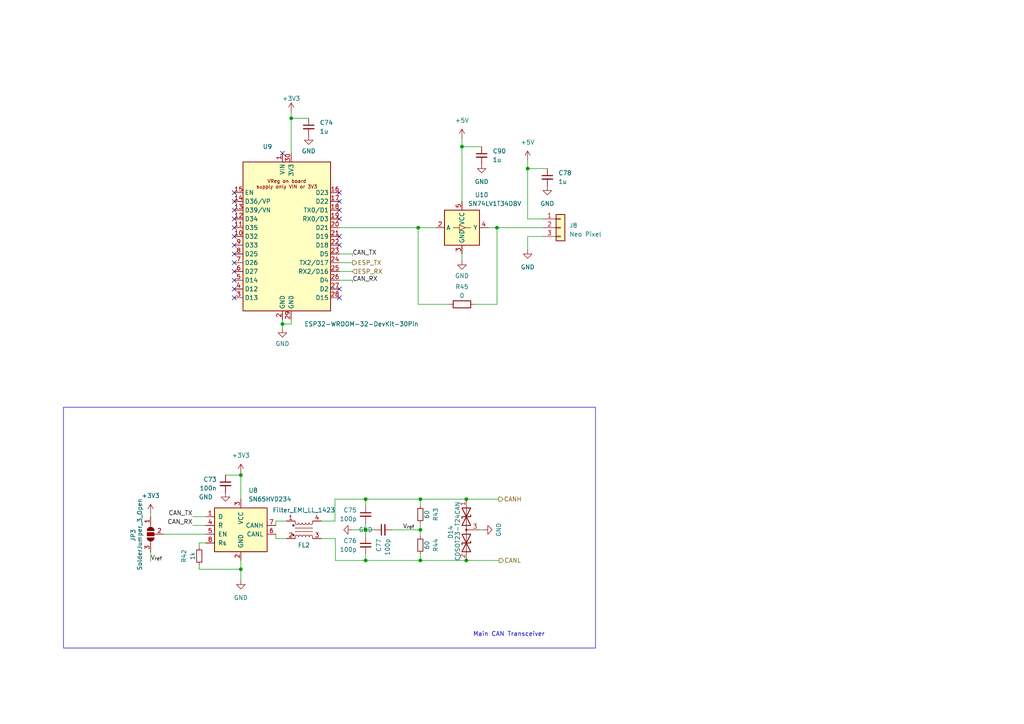
<source format=kicad_sch>
(kicad_sch (version 20231120) (generator "eeschema") (generator_version "8.0")
  (paper "A4")
  (lib_symbols
    (symbol "+5V_1" (power) (pin_numbers hide) (pin_names (offset 0) hide)
      (property "Value" "+5V" (at 0 3.556 0))
      (symbol "+5V_1_0_1"
        (polyline (pts (xy -0.762 1.27) (xy 0 2.54)))
        (polyline (pts (xy 0 0) (xy 0 2.54)))
        (polyline (pts (xy 0 2.54) (xy 0.762 1.27)))
      )
      (symbol "+5V_1_1_1"
        (pin power_in line (at 0 0 90) (length 0) (name "~") (number "1"))
      )
    )
    (symbol "Connector_Generic:Conn_01x03" (pin_names (offset 1.016) hide)
      (property "Reference" "J" (at 0 5.08 0))
      (property "Value" "Conn_01x03" (at 0 -5.08 0))
      (symbol "Conn_01x03_1_1"
        (rectangle (start -1.27 -2.413) (end 0 -2.667) (stroke (width 0.1524)))
        (rectangle (start -1.27 0.127) (end 0 -0.127) (stroke (width 0.1524)))
        (rectangle (start -1.27 2.667) (end 0 2.413) (stroke (width 0.1524)))
        (rectangle (start -1.27 3.81) (end 1.27 -3.81) (stroke (width 0.254)) (fill (type background)))
        (pin passive line (at -5.08 2.54 0) (length 3.81) (name "Pin_1") (number "1"))
        (pin passive line (at -5.08 0 0) (length 3.81) (name "Pin_2") (number "2"))
        (pin passive line (at -5.08 -2.54 0) (length 3.81) (name "Pin_3") (number "3"))
      )
    )
    (symbol "Device:C_Small" (pin_numbers hide) (pin_names (offset 0.254) hide)
      (property "Reference" "C" (at 0.254 1.778 0))
      (property "Value" "C_Small" (at 0.254 -2.032 0))
      (symbol "C_Small_0_1"
        (polyline (pts (xy -1.524 -0.508) (xy 1.524 -0.508)) (stroke (width 0.3302)))
        (polyline (pts (xy -1.524 0.508) (xy 1.524 0.508)) (stroke (width 0.3048)))
      )
      (symbol "C_Small_1_1"
        (pin passive line (at 0 2.54 270) (length 2.032) (name "~") (number "1"))
        (pin passive line (at 0 -2.54 90) (length 2.032) (name "~") (number "2"))
      )
    )
    (symbol "Device:D_TVS_Dual_AAC" (pin_names (offset 1.016) hide)
      (property "Reference" "D" (at 0 4.445 0))
      (property "Value" "D_TVS_Dual_AAC" (at 0 2.54 0))
      (symbol "D_TVS_Dual_AAC_0_0"
        (polyline (pts (xy 0 -1.27) (xy 0 0)))
      )
      (symbol "D_TVS_Dual_AAC_0_1"
        (polyline (pts (xy -6.35 0) (xy 6.35 0)))
        (polyline (pts (xy -3.302 1.27) (xy -3.81 1.27) (xy -3.81 -1.27) (xy -4.318 -1.27)) (stroke (width 0.254)))
        (polyline (pts (xy 4.318 1.27) (xy 3.81 1.27) (xy 3.81 -1.27) (xy 3.302 -1.27)) (stroke (width 0.254)))
        (polyline (pts (xy -6.35 1.27) (xy -1.27 -1.27) (xy -1.27 1.27) (xy -6.35 -1.27) (xy -6.35 1.27)) (stroke (width 0.254)))
        (polyline (pts (xy 6.35 1.27) (xy 1.27 -1.27) (xy 1.27 1.27) (xy 6.35 -1.27) (xy 6.35 1.27)) (stroke (width 0.254)))
        (circle (center 0 0) (radius 0.254) (fill (type outline)))
      )
      (symbol "D_TVS_Dual_AAC_1_1"
        (pin passive line (at -8.89 0 0) (length 2.54) (name "A1") (number "1"))
        (pin passive line (at 8.89 0 180) (length 2.54) (name "A2") (number "2"))
        (pin input line (at 0 -3.81 90) (length 2.54) (name "common") (number "3"))
      )
    )
    (symbol "Device:Filter_EMI_LL_1423" (pin_names hide)
      (property "Reference" "FL" (at 0 4.445 0))
      (property "Value" "Filter_EMI_LL_1423" (at 0 -4.445 0))
      (symbol "Filter_EMI_LL_1423_0_1"
        (circle (center -3.048 -1.27) (radius 0.254) (fill (type outline)))
        (circle (center -3.048 1.524) (radius 0.254) (fill (type outline)))
        (arc (start -2.54 2.032) (mid -2.032 1.5262) (end -1.524 2.032))
        (arc (start -1.524 -2.032) (mid -2.032 -1.5262) (end -2.54 -2.032))
        (arc (start -1.524 2.032) (mid -1.016 1.5262) (end -0.508 2.032))
        (arc (start -0.508 -2.032) (mid -1.016 -1.5262) (end -1.524 -2.032))
        (arc (start -0.508 2.032) (mid 0 1.5262) (end 0.508 2.032))
        (polyline (pts (xy -2.54 -2.032) (xy -2.54 -2.54)))
        (polyline (pts (xy -2.54 0.508) (xy 2.54 0.508)))
        (polyline (pts (xy -2.54 2.032) (xy -2.54 2.54)))
        (polyline (pts (xy 2.54 -2.032) (xy 2.54 -2.54)))
        (polyline (pts (xy 2.54 -0.508) (xy -2.54 -0.508)))
        (polyline (pts (xy 2.54 2.54) (xy 2.54 2.032)))
        (arc (start 0.508 -2.032) (mid 0 -1.5262) (end -0.508 -2.032))
        (arc (start 0.508 2.032) (mid 1.016 1.5262) (end 1.524 2.032))
        (arc (start 1.524 -2.032) (mid 1.016 -1.5262) (end 0.508 -2.032))
        (arc (start 1.524 2.032) (mid 2.032 1.5262) (end 2.54 2.032))
        (arc (start 2.54 -2.032) (mid 2.032 -1.5262) (end 1.524 -2.032))
      )
      (symbol "Filter_EMI_LL_1423_1_1"
        (pin passive line (at -5.08 -2.54 0) (length 2.54) (name "1") (number "1"))
        (pin passive line (at -5.08 2.54 0) (length 2.54) (name "2") (number "2"))
        (pin passive line (at 5.08 2.54 180) (length 2.54) (name "3") (number "3"))
        (pin passive line (at 5.08 -2.54 180) (length 2.54) (name "4") (number "4"))
      )
    )
    (symbol "Device:R" (pin_numbers hide) (pin_names (offset 0))
      (property "Reference" "R" (at 2.032 0 90))
      (property "Value" "R" (at 0 0 90))
      (symbol "R_0_1"
        (rectangle (start -1.016 -2.54) (end 1.016 2.54) (stroke (width 0.254)))
      )
      (symbol "R_1_1"
        (pin passive line (at 0 3.81 270) (length 1.27) (name "~") (number "1"))
        (pin passive line (at 0 -3.81 90) (length 1.27) (name "~") (number "2"))
      )
    )
    (symbol "Device:R_Small" (pin_numbers hide) (pin_names (offset 0.254) hide)
      (property "Reference" "R" (at 0.762 0.508 0))
      (property "Value" "R_Small" (at 0.762 -1.016 0))
      (symbol "R_Small_0_1"
        (rectangle (start -0.762 1.778) (end 0.762 -1.778) (stroke (width 0.2032)))
      )
      (symbol "R_Small_1_1"
        (pin passive line (at 0 2.54 270) (length 0.762) (name "~") (number "1"))
        (pin passive line (at 0 -2.54 90) (length 0.762) (name "~") (number "2"))
      )
    )
    (symbol "Interface_CAN_LIN:SN65HVD234" (pin_names (offset 1.016))
      (property "Reference" "U" (at -2.54 10.16 0))
      (property "Value" "SN65HVD234" (at -2.54 7.62 0))
      (symbol "SN65HVD234_0_1"
        (rectangle (start -7.62 5.08) (end 7.62 -7.62) (stroke (width 0.254)) (fill (type background)))
      )
      (symbol "SN65HVD234_1_1"
        (pin input line (at -10.16 2.54 0) (length 2.54) (name "D") (number "1"))
        (pin power_in line (at 0 -10.16 90) (length 2.54) (name "GND") (number "2"))
        (pin power_in line (at 0 7.62 270) (length 2.54) (name "VCC") (number "3"))
        (pin output line (at -10.16 0 0) (length 2.54) (name "R") (number "4"))
        (pin input line (at -10.16 -2.54 0) (length 2.54) (name "EN") (number "5"))
        (pin bidirectional line (at 10.16 -2.54 180) (length 2.54) (name "CANL") (number "6"))
        (pin bidirectional line (at 10.16 0 180) (length 2.54) (name "CANH") (number "7"))
        (pin input line (at -10.16 -5.08 0) (length 2.54) (name "Rs") (number "8"))
      )
    )
    (symbol "Jumper:SolderJumper_3_Open" (pin_names (offset 0) hide)
      (property "Reference" "JP" (at -2.54 -2.54 0))
      (property "Value" "SolderJumper_3_Open" (at 0 2.794 0))
      (symbol "SolderJumper_3_Open_0_1"
        (arc (start -1.016 1.016) (mid -2.0276 0) (end -1.016 -1.016))
        (arc (start -1.016 1.016) (mid -2.0276 0) (end -1.016 -1.016) (fill (type outline)))
        (rectangle (start -0.508 1.016) (end 0.508 -1.016) (fill (type outline)))
        (polyline (pts (xy -2.54 0) (xy -2.032 0)))
        (polyline (pts (xy -1.016 1.016) (xy -1.016 -1.016)))
        (polyline (pts (xy 0 -1.27) (xy 0 -1.016)))
        (polyline (pts (xy 1.016 1.016) (xy 1.016 -1.016)))
        (polyline (pts (xy 2.54 0) (xy 2.032 0)))
        (arc (start 1.016 -1.016) (mid 2.0276 0) (end 1.016 1.016))
        (arc (start 1.016 -1.016) (mid 2.0276 0) (end 1.016 1.016) (fill (type outline)))
      )
      (symbol "SolderJumper_3_Open_1_1"
        (pin passive line (at -5.08 0 0) (length 2.54) (name "A") (number "1"))
        (pin passive line (at 0 -3.81 90) (length 2.54) (name "C") (number "2"))
        (pin passive line (at 5.08 0 180) (length 2.54) (name "B") (number "3"))
      )
    )
    (symbol "Logic_LevelTranslator:SN74LV1T34DBV"
      (property "Reference" "U" (at 5.08 6.35 0))
      (property "Value" "SN74LV1T34DBV" (at 5.08 3.81 0))
      (symbol "SN74LV1T34DBV_0_1"
        (rectangle (start -5.08 5.08) (end 5.08 -5.08) (stroke (width 0.254)) (fill (type background)))
        (polyline (pts (xy -0.762 0) (xy -2.54 0)))
        (polyline (pts (xy 1.016 0) (xy 2.54 0)))
      )
      (symbol "SN74LV1T34DBV_1_1"
        (polyline (pts (xy -0.762 -0.762) (xy -0.762 0.762) (xy 1.016 0) (xy -0.762 -0.762)))
        (pin no_connect line (at -5.08 2.54 0) (length 2.54) hide (name "NC") (number "1"))
        (pin input line (at -7.62 0 0) (length 2.54) (name "A") (number "2"))
        (pin power_in line (at 0 -7.62 90) (length 2.54) (name "GND") (number "3"))
        (pin output line (at 7.62 0 180) (length 2.54) (name "Y") (number "4"))
        (pin power_in line (at 0 7.62 270) (length 2.54) (name "VCC") (number "5"))
      )
    )
    (symbol "oskars_stuff:ESP32-WROOM-32-DevKit-30Pin"
      (property "Reference" "U" (at -12.7 22.86 0))
      (property "Value" "ESP32-WROOM-32-DevKit-30Pin" (at 2.54 22.86 0))
      (symbol "ESP32-WROOM-32-DevKit-30Pin_0_1"
        (rectangle (start -12.7 21.59) (end 12.7 -21.59) (stroke (width 0.254)) (fill (type background)))
        (text "VReg on board\nsupply only VIN or 3V3" (at 0 15.24 0) (effects (font (size 1 1))))
      )
      (symbol "ESP32-WROOM-32-DevKit-30Pin_1_1"
        (pin power_in line (at -1.27 24.13 270) (length 2.54) (name "VIN") (number "1"))
        (pin bidirectional line (at -15.24 0 0) (length 2.54) (name "D32") (number "10"))
        (pin bidirectional line (at -15.24 2.54 0) (length 2.54) (name "D35") (number "11"))
        (pin bidirectional line (at -15.24 5.08 0) (length 2.54) (name "D34") (number "12"))
        (pin bidirectional line (at -15.24 7.62 0) (length 2.54) (name "D39/VN") (number "13"))
        (pin bidirectional line (at -15.24 10.16 0) (length 2.54) (name "D36/VP") (number "14"))
        (pin input line (at -15.24 12.7 0) (length 2.54) (name "EN") (number "15"))
        (pin bidirectional line (at 15.24 12.7 180) (length 2.54) (name "D23") (number "16"))
        (pin bidirectional line (at 15.24 10.16 180) (length 2.54) (name "D22") (number "17"))
        (pin bidirectional line (at 15.24 7.62 180) (length 2.54) (name "TX0/D1") (number "18"))
        (pin bidirectional line (at 15.24 5.08 180) (length 2.54) (name "RX0/D3") (number "19"))
        (pin power_in line (at -1.27 -24.13 90) (length 2.54) (name "GND") (number "2"))
        (pin bidirectional line (at 15.24 2.54 180) (length 2.54) (name "D21") (number "20"))
        (pin bidirectional line (at 15.24 0 180) (length 2.54) (name "D19") (number "21"))
        (pin bidirectional line (at 15.24 -2.54 180) (length 2.54) (name "D18") (number "22"))
        (pin bidirectional line (at 15.24 -5.08 180) (length 2.54) (name "D5") (number "23"))
        (pin bidirectional line (at 15.24 -7.62 180) (length 2.54) (name "TX2/D17") (number "24"))
        (pin bidirectional line (at 15.24 -10.16 180) (length 2.54) (name "RX2/D16") (number "25"))
        (pin bidirectional line (at 15.24 -12.7 180) (length 2.54) (name "D4") (number "26"))
        (pin bidirectional line (at 15.24 -15.24 180) (length 2.54) (name "D2") (number "27"))
        (pin bidirectional line (at 15.24 -17.78 180) (length 2.54) (name "D15") (number "28"))
        (pin power_in line (at 1.27 -24.13 90) (length 2.54) (name "GND") (number "29"))
        (pin bidirectional line (at -15.24 -17.78 0) (length 2.54) (name "D13") (number "3"))
        (pin power_in line (at 1.27 24.13 270) (length 2.54) (name "3V3") (number "30"))
        (pin bidirectional line (at -15.24 -15.24 0) (length 2.54) (name "D12") (number "4"))
        (pin bidirectional line (at -15.24 -12.7 0) (length 2.54) (name "D14") (number "5"))
        (pin bidirectional line (at -15.24 -10.16 0) (length 2.54) (name "D27") (number "6"))
        (pin bidirectional line (at -15.24 -7.62 0) (length 2.54) (name "D26") (number "7"))
        (pin bidirectional line (at -15.24 -5.08 0) (length 2.54) (name "D25") (number "8"))
        (pin bidirectional line (at -15.24 -2.54 0) (length 2.54) (name "D33") (number "9"))
      )
    )
    (symbol "power:+3V3" (power) (pin_names (offset 0))
      (property "Value" "+3V3" (at 0 3.556 0))
      (symbol "+3V3_0_1"
        (polyline (pts (xy -0.762 1.27) (xy 0 2.54)))
        (polyline (pts (xy 0 0) (xy 0 2.54)))
        (polyline (pts (xy 0 2.54) (xy 0.762 1.27)))
      )
      (symbol "+3V3_1_1"
        (pin power_in line (at 0 0 90) (length 0) hide (name "+3V3") (number "1"))
      )
    )
    (symbol "power:GND" (power) (pin_names (offset 0))
      (property "Value" "GND" (at 0 -3.81 0))
      (symbol "GND_0_1"
        (polyline (pts (xy 0 0) (xy 0 -1.27) (xy 1.27 -1.27) (xy 0 -2.54) (xy -1.27 -1.27) (xy 0 -1.27)))
      )
      (symbol "GND_1_1"
        (pin power_in line (at 0 0 270) (length 0) hide (name "GND") (number "1"))
      )
    )
  )
  (junction (at 84.455 34.29))
  (junction (at 106.045 144.78))
  (junction (at 121.92 153.67))
  (junction (at 69.85 165.1))
  (junction (at 69.85 137.795))
  (junction (at 81.915 93.98))
  (junction (at 135.255 162.56))
  (junction (at 144.145 66.04))
  (junction (at 121.92 144.78))
  (junction (at 153.035 48.895))
  (junction (at 106.045 153.67))
  (junction (at 135.255 144.78))
  (junction (at 121.92 162.56))
  (junction (at 106.045 162.56))
  (junction (at 121.285 66.04))
  (junction (at 133.985 42.545))
  (no_connect (at 67.945 55.88))
  (no_connect (at 67.945 81.28))
  (no_connect (at 67.945 66.04))
  (no_connect (at 67.945 58.42))
  (no_connect (at 81.915 44.45))
  (no_connect (at 98.425 63.5))
  (no_connect (at 67.945 78.74))
  (no_connect (at 98.425 58.42))
  (no_connect (at 98.425 83.82))
  (no_connect (at 67.945 68.58))
  (no_connect (at 98.425 68.58))
  (no_connect (at 67.945 63.5))
  (no_connect (at 67.945 60.96))
  (no_connect (at 67.945 86.36))
  (no_connect (at 67.945 73.66))
  (no_connect (at 98.425 55.88))
  (no_connect (at 98.425 71.12))
  (no_connect (at 98.425 60.96))
  (no_connect (at 67.945 83.82))
  (no_connect (at 98.425 86.36))
  (no_connect (at 67.945 76.2))
  (no_connect (at 67.945 71.12))
  (wire (pts (xy 133.985 42.545) (xy 133.985 58.42)))
  (wire (pts (xy 93.218 151.13) (xy 97.155 151.13)))
  (wire (pts (xy 43.688 160.02) (xy 43.688 162.814)))
  (wire (pts (xy 102.235 73.66) (xy 98.425 73.66)))
  (wire (pts (xy 133.985 40.005) (xy 133.985 42.545)))
  (wire (pts (xy 43.688 148.844) (xy 43.688 149.86)))
  (wire (pts (xy 80.01 156.21) (xy 80.01 154.94)))
  (wire (pts (xy 102.235 74.295) (xy 102.235 73.66)))
  (wire (pts (xy 102.235 81.28) (xy 98.425 81.28)))
  (wire (pts (xy 81.915 92.71) (xy 81.915 93.98)))
  (wire (pts (xy 106.045 160.655) (xy 106.045 162.56)))
  (wire (pts (xy 135.255 162.56) (xy 144.78 162.56)))
  (wire (pts (xy 97.282 156.21) (xy 97.282 162.56)))
  (wire (pts (xy 84.455 32.385) (xy 84.455 34.29)))
  (wire (pts (xy 121.92 144.78) (xy 121.92 146.685)))
  (wire (pts (xy 133.985 73.66) (xy 133.985 75.565)))
  (wire (pts (xy 106.045 144.78) (xy 121.92 144.78)))
  (wire (pts (xy 158.75 48.895) (xy 153.035 48.895)))
  (wire (pts (xy 113.665 153.67) (xy 121.92 153.67)))
  (wire (pts (xy 121.285 66.04) (xy 126.365 66.04)))
  (wire (pts (xy 106.045 162.56) (xy 121.92 162.56)))
  (wire (pts (xy 144.145 66.04) (xy 144.145 88.265)))
  (wire (pts (xy 102.235 153.67) (xy 106.045 153.67)))
  (wire (pts (xy 97.155 144.78) (xy 106.045 144.78)))
  (wire (pts (xy 153.035 72.39) (xy 153.035 68.58)))
  (wire (pts (xy 102.235 81.915) (xy 102.235 81.28)))
  (wire (pts (xy 153.035 48.895) (xy 153.035 63.5)))
  (wire (pts (xy 98.425 78.74) (xy 102.235 78.74)))
  (wire (pts (xy 97.155 144.78) (xy 97.155 151.13)))
  (wire (pts (xy 106.045 153.67) (xy 106.045 155.575)))
  (wire (pts (xy 130.175 88.265) (xy 121.285 88.265)))
  (wire (pts (xy 69.85 137.16) (xy 69.85 137.795)))
  (wire (pts (xy 98.425 76.2) (xy 102.235 76.2)))
  (wire (pts (xy 81.915 93.98) (xy 84.455 93.98)))
  (wire (pts (xy 57.785 165.1) (xy 69.85 165.1)))
  (wire (pts (xy 57.785 157.48) (xy 59.69 157.48)))
  (wire (pts (xy 121.92 153.67) (xy 121.92 155.575)))
  (wire (pts (xy 69.85 162.56) (xy 69.85 165.1)))
  (wire (pts (xy 121.92 162.56) (xy 135.255 162.56)))
  (wire (pts (xy 47.498 154.94) (xy 59.69 154.94)))
  (wire (pts (xy 106.045 153.67) (xy 108.585 153.67)))
  (wire (pts (xy 135.255 144.78) (xy 144.653 144.78)))
  (wire (pts (xy 153.035 63.5) (xy 157.48 63.5)))
  (wire (pts (xy 139.065 153.67) (xy 140.208 153.67)))
  (wire (pts (xy 106.045 144.78) (xy 106.045 146.685)))
  (wire (pts (xy 84.455 93.98) (xy 84.455 92.71)))
  (wire (pts (xy 84.455 34.29) (xy 89.535 34.29)))
  (wire (pts (xy 153.035 46.355) (xy 153.035 48.895)))
  (wire (pts (xy 144.145 66.04) (xy 157.48 66.04)))
  (wire (pts (xy 69.85 165.1) (xy 69.85 168.275)))
  (wire (pts (xy 121.92 151.765) (xy 121.92 153.67)))
  (wire (pts (xy 65.405 137.795) (xy 69.85 137.795)))
  (wire (pts (xy 98.425 66.04) (xy 121.285 66.04)))
  (wire (pts (xy 97.282 162.56) (xy 106.045 162.56)))
  (wire (pts (xy 55.88 152.4) (xy 59.69 152.4)))
  (wire (pts (xy 121.92 144.78) (xy 135.255 144.78)))
  (wire (pts (xy 80.01 156.21) (xy 83.058 156.21)))
  (wire (pts (xy 141.605 66.04) (xy 144.145 66.04)))
  (wire (pts (xy 121.92 160.655) (xy 121.92 162.56)))
  (wire (pts (xy 133.985 42.545) (xy 139.7 42.545)))
  (wire (pts (xy 57.785 158.75) (xy 57.785 157.48)))
  (wire (pts (xy 137.795 88.265) (xy 144.145 88.265)))
  (wire (pts (xy 69.85 137.795) (xy 69.85 144.78)))
  (wire (pts (xy 57.785 163.83) (xy 57.785 165.1)))
  (wire (pts (xy 93.218 156.21) (xy 97.282 156.21)))
  (wire (pts (xy 81.915 93.98) (xy 81.915 95.25)))
  (wire (pts (xy 84.455 34.29) (xy 84.455 44.45)))
  (wire (pts (xy 55.88 149.86) (xy 59.69 149.86)))
  (wire (pts (xy 153.035 68.58) (xy 157.48 68.58)))
  (wire (pts (xy 80.01 151.13) (xy 83.058 151.13)))
  (wire (pts (xy 121.285 88.265) (xy 121.285 66.04)))
  (wire (pts (xy 80.01 151.13) (xy 80.01 152.4)))
  (wire (pts (xy 106.045 153.67) (xy 106.045 151.765)))
  (rectangle (start 18.415 118.11) (end 172.72 187.96))
  (text "Main CAN Transceiver" (at 137.16 184.785 0) (effects (font (size 1.27 1.27)) (justify left bottom)))
  (label "CAN_TX" (at 102.235 74.295 0))
  (label "CAN_TX" (at 55.88 149.86 180))
  (label "V_{ref}" (at 116.84 153.67 0))
  (label "CAN_RX" (at 102.235 81.915 0))
  (label "CAN_RX" (at 55.88 152.4 180))
  (label "V_{ref}" (at 43.688 162.814 0))
  (hierarchical_label "CANH" (shape output) (at 144.653 144.78 0))
  (hierarchical_label "ESP_TX" (shape output) (at 102.235 76.2 0))
  (hierarchical_label "ESP_RX" (shape input) (at 102.235 78.74 0))
  (hierarchical_label "CANL" (shape output) (at 144.78 162.56 0))
  (symbol (lib_id "Interface_CAN_LIN:SN65HVD234") (at 69.85 152.4 0) (unit 1)
    (property "Reference" "U8" (at 72.0441 142.24 0) (effects (justify left)))
    (property "Value" "SN65HVD234" (at 72.0441 144.78 0) (effects (justify left)))
    (property "Footprint" "Package_SO:SOIC-8_3.9x4.9mm_P1.27mm" (effects (hide yes)))
    (property "Datasheet" "http://www.ti.com/lit/ds/symlink/sn65hvd234.pdf" (effects (hide yes)))
  )
  (symbol (lib_id "Device:C_Small") (at 111.125 153.67 90) (mirror x) (unit 1)
    (property "Reference" "C77" (at 109.8612 156.21 0) (effects (justify left)))
    (property "Value" "100p" (at 112.4012 156.21 0) (effects (justify left)))
    (property "Footprint" "Capacitor_SMD:C_0603_1608Metric" (effects (hide yes)))
    (property "Description" "Unpolarized capacitor, small symbol" (effects (hide yes)))
  )
  (symbol (lib_id "Device:R_Small") (at 121.92 158.115 0) (mirror x) (unit 1)
    (property "Reference" "R44" (at 126.365 158.115 90))
    (property "Value" "60" (at 123.825 158.115 90))
    (property "Footprint" "Resistor_SMD:R_0603_1608Metric" (effects (hide yes)))
    (property "Description" "Resistor, small symbol" (effects (hide yes)))
  )
  (symbol (lib_id "power:+3V3") (at 69.85 137.16 0) (unit 1)
    (property "Reference" "#PWR097" (effects (hide yes)))
    (property "Value" "+3V3" (at 69.85 132.08 0))
  )
  (symbol (lib_id "power:GND") (at 158.75 53.975 0) (unit 1)
    (property "Reference" "#PWR0109" (effects (hide yes)))
    (property "Value" "GND" (at 158.75 59.055 0))
    (instances (project "FT23_Charger" (path "" (reference "#PWR0109") (unit 1))) (project "FT23_Charger" (path "" (reference "#PWR065") (unit 1))))
  )
  (symbol (lib_id "Jumper:SolderJumper_3_Open") (at 43.688 154.94 90) (mirror x) (unit 1)
    (property "Reference" "JP3" (at 38.608 153.416 0) (effects (justify left)))
    (property "Value" "SolderJumper_3_Open" (at 40.513 144.526 0) (effects (justify left)))
    (property "Footprint" "Jumper:SolderJumper-3_P1.3mm_Open_RoundedPad1.0x1.5mm" (effects (hide yes)))
  )
  (symbol (lib_id "Logic_LevelTranslator:SN74LV1T34DBV") (at 133.985 66.04 0) (unit 1)
    (property "Reference" "U10" (at 139.7 56.515 0))
    (property "Value" "SN74LV1T34DBV" (at 143.51 59.055 0))
    (property "Footprint" "Package_TO_SOT_SMD:SOT-23-5" (effects (hide yes)))
    (property "Datasheet" "https://www.ti.com/lit/ds/symlink/sn74lv1t34.pdf" (effects (hide yes)))
    (instances (project "FT23_Charger" (path "" (reference "U10") (unit 1))) (project "FT23_Charger" (path "" (reference "U8") (unit 1))))
  )
  (symbol (lib_id "Connector_Generic:Conn_01x03") (at 162.56 66.04 0) (unit 1)
    (property "Reference" "J8" (at 165.1 65.405 0) (effects (justify left)))
    (property "Value" "Neo Pixel" (at 165.1 67.945 0) (effects (justify left)))
    (property "Footprint" "FaSTTUBe_connectors:Micro_Mate-N-Lok_3p_vertical" (effects (hide yes)))
    (instances (project "FT23_Charger" (path "" (reference "J8") (unit 1))) (project "FT23_Charger" (path "" (reference "J7") (unit 1))))
  )
  (symbol (lib_id "power:+3V3") (at 84.455 32.385 0) (unit 1)
    (property "Reference" "#PWR0100" (effects (hide yes)))
    (property "Value" "+3V3" (at 84.455 28.575 0))
    (instances (project "FT23_Charger" (path "" (reference "#PWR0100") (unit 1))) (project "FT23_Charger" (path "" (reference "#PWR044") (unit 1))))
  )
  (symbol (lib_id "Device:C_Small") (at 106.045 149.225 0) (mirror y) (unit 1)
    (property "Reference" "C75" (at 103.505 147.9612 0) (effects (justify left)))
    (property "Value" "100p" (at 103.505 150.5012 0) (effects (justify left)))
    (property "Footprint" "Capacitor_SMD:C_0603_1608Metric" (effects (hide yes)))
    (property "Description" "Unpolarized capacitor, small symbol" (effects (hide yes)))
  )
  (symbol (lib_id "Device:R") (at 133.985 88.265 90) (unit 1)
    (property "Reference" "R45" (at 133.985 83.185 90))
    (property "Value" "0" (at 133.985 85.725 90))
    (property "Footprint" "Resistor_SMD:R_0603_1608Metric" (effects (hide yes)))
    (instances (project "FT23_Charger" (path "" (reference "R45") (unit 1))) (project "FT23_Charger" (path "" (reference "R47") (unit 1))))
  )
  (symbol (lib_id "power:GND") (at 65.405 142.875 0) (unit 1)
    (property "Reference" "#PWR096" (effects (hide yes)))
    (property "Value" "GND" (at 59.69 144.145 0))
  )
  (symbol (lib_id "power:GND") (at 89.535 39.37 0) (unit 1)
    (property "Reference" "#PWR0102" (effects (hide yes)))
    (property "Value" "GND" (at 89.535 43.815 0))
    (instances (project "FT23_Charger" (path "" (reference "#PWR0102") (unit 1))) (project "FT23_Charger" (path "" (reference "#PWR046") (unit 1))))
  )
  (symbol (lib_id "power:+3V3") (at 43.688 148.844 0) (unit 1)
    (property "Reference" "#PWR095" (effects (hide yes)))
    (property "Value" "+3V3" (at 43.688 143.764 0))
  )
  (symbol (lib_id "Device:C_Small") (at 106.045 158.115 0) (mirror y) (unit 1)
    (property "Reference" "C76" (at 103.505 156.8512 0) (effects (justify left)))
    (property "Value" "100p" (at 103.505 159.3912 0) (effects (justify left)))
    (property "Footprint" "Capacitor_SMD:C_0603_1608Metric" (effects (hide yes)))
    (property "Description" "Unpolarized capacitor, small symbol" (effects (hide yes)))
  )
  (symbol (lib_id "power:GND") (at 153.035 72.39 0) (unit 1)
    (property "Reference" "#PWR0108" (effects (hide yes)))
    (property "Value" "GND" (at 153.035 77.47 0))
    (instances (project "FT23_Charger" (path "" (reference "#PWR0108") (unit 1))) (project "FT23_Charger" (path "" (reference "#PWR061") (unit 1))))
  )
  (symbol (lib_id "power:GND") (at 133.985 75.565 0) (unit 1)
    (property "Reference" "#PWR0104" (effects (hide yes)))
    (property "Value" "GND" (at 133.985 80.01 0))
    (instances (project "FT23_Charger" (path "" (reference "#PWR0104") (unit 1))) (project "FT23_Charger" (path "" (reference "#PWR071") (unit 1))))
  )
  (symbol (lib_name "+5V_1") (lib_id "power:+5V") (at 153.035 46.355 0) (unit 1)
    (property "Reference" "#PWR0103" (effects (hide yes)))
    (property "Value" "+5V" (at 153.035 41.275 0))
    (property "Description" "Power symbol creates a global label with name \"+5V\"" (effects (hide yes)))
  )
  (symbol (lib_id "Device:D_TVS_Dual_AAC") (at 135.255 153.67 90) (mirror x) (unit 1)
    (property "Reference" "D14" (at 130.683 152.4 0) (effects (justify left)))
    (property "Value" "CDSOT23-T24CAN" (at 132.715 145.415 0) (effects (justify left)))
    (property "Footprint" "Package_TO_SOT_SMD:SOT-23-3" (effects (hide yes)))
    (property "Datasheet" "https://www.bourns.com/docs/Product-Datasheets/CDSOT23-T24CAN.pdf" (effects (hide yes)))
  )
  (symbol (lib_id "power:GND") (at 140.208 153.67 90) (unit 1)
    (property "Reference" "#PWR0106" (effects (hide yes)))
    (property "Value" "GND" (at 144.653 153.67 0))
  )
  (symbol (lib_id "Device:R_Small") (at 121.92 149.225 0) (mirror x) (unit 1)
    (property "Reference" "R43" (at 126.365 149.225 90))
    (property "Value" "60" (at 123.825 149.225 90))
    (property "Footprint" "Resistor_SMD:R_0603_1608Metric" (effects (hide yes)))
    (property "Description" "Resistor, small symbol" (effects (hide yes)))
  )
  (symbol (lib_id "power:GND") (at 139.7 47.625 0) (unit 1)
    (property "Reference" "#PWR0105" (effects (hide yes)))
    (property "Value" "GND" (at 139.7 52.705 0))
    (instances (project "FT23_Charger" (path "" (reference "#PWR0105") (unit 1))) (project "FT23_Charger" (path "" (reference "#PWR070") (unit 1))))
  )
  (symbol (lib_id "Device:C_Small") (at 139.7 45.085 0) (unit 1)
    (property "Reference" "C90" (at 142.875 43.8212 0) (effects (justify left)))
    (property "Value" "1u" (at 142.875 46.3612 0) (effects (justify left)))
    (property "Description" "Unpolarized capacitor, small symbol" (effects (hide yes)))
  )
  (symbol (lib_id "power:GND") (at 69.85 168.275 0) (unit 1)
    (property "Reference" "#PWR098" (effects (hide yes)))
    (property "Value" "GND" (at 69.85 173.355 0))
  )
  (symbol (lib_id "power:GND") (at 102.235 153.67 270) (unit 1)
    (property "Reference" "#PWR0101" (effects (hide yes)))
    (property "Value" "GND" (at 104.013 153.6699 90) (effects (justify left)))
  )
  (symbol (lib_id "Device:Filter_EMI_LL_1423") (at 88.138 153.67 0) (mirror x) (unit 1)
    (property "Reference" "FL2" (at 88.138 158.115 0))
    (property "Value" "Filter_EMI_LL_1423" (at 88.138 147.955 0))
    (property "Footprint" "Charger:L_CommonMode_Wuerth_WE-SL2" (effects (hide yes)))
    (property "Datasheet" "https://www.we-online.com/components/products/datasheet/744227.pdf" (effects (hide yes)))
  )
  (symbol (lib_id "power:GND") (at 81.915 95.25 0) (unit 1)
    (property "Reference" "#PWR099" (effects (hide yes)))
    (property "Value" "GND" (at 81.915 99.695 0))
    (instances (project "FT23_Charger" (path "" (reference "#PWR099") (unit 1))) (project "FT23_Charger" (path "" (reference "#PWR045") (unit 1))))
  )
  (symbol (lib_id "Device:C_Small") (at 158.75 51.435 0) (unit 1)
    (property "Reference" "C78" (at 161.925 50.1712 0) (effects (justify left)))
    (property "Value" "1u" (at 161.925 52.7112 0) (effects (justify left)))
    (property "Description" "Unpolarized capacitor, small symbol" (effects (hide yes)))
  )
  (symbol (lib_id "Device:C_Small") (at 65.405 140.335 0) (mirror y) (unit 1)
    (property "Reference" "C73" (at 62.865 139.0712 0) (effects (justify left)))
    (property "Value" "100n" (at 62.865 141.6112 0) (effects (justify left)))
    (property "Footprint" "Capacitor_SMD:C_0603_1608Metric" (effects (hide yes)))
    (property "Description" "Unpolarized capacitor, small symbol" (effects (hide yes)))
  )
  (symbol (lib_id "oskars_stuff:ESP32-WROOM-32-DevKit-30Pin") (at 83.185 68.58 0) (unit 1)
    (property "Reference" "U9" (at 76.2 42.545 0) (effects (justify left)))
    (property "Value" "ESP32-WROOM-32-DevKit-30Pin" (at 88.265 93.98 0) (effects (justify left)))
    (property "Footprint" "Charger:ESP32-WROOM-32-DevKit-30Pin" (effects (hide yes)))
    (property "Datasheet" "https://www.espressif.com/sites/default/files/documentation/esp32-wroom-32_datasheet_en.pdf" (effects (hide yes)))
    (instances (project "FT23_Charger" (path "" (reference "U9") (unit 1))) (project "FT23_Charger" (path "" (reference "U5") (unit 1))))
  )
  (symbol (lib_id "Device:R_Small") (at 57.785 161.29 180) (unit 1)
    (property "Reference" "R42" (at 53.34 161.29 90))
    (property "Value" "1k" (at 55.88 161.29 90))
    (property "Footprint" "Resistor_SMD:R_0603_1608Metric" (effects (hide yes)))
    (property "Description" "Resistor, small symbol" (effects (hide yes)))
  )
  (symbol (lib_id "Device:C_Small") (at 89.535 36.83 0) (unit 1)
    (property "Reference" "C74" (at 92.71 35.5662 0) (effects (justify left)))
    (property "Value" "1u" (at 92.71 38.1062 0) (effects (justify left)))
    (property "Footprint" "Capacitor_SMD:C_0603_1608Metric" (effects (hide yes)))
    (property "Description" "Unpolarized capacitor, small symbol" (effects (hide yes)))
  )
  (symbol (lib_name "+5V_1") (lib_id "power:+5V") (at 133.985 40.005 0) (unit 1)
    (property "Reference" "#PWR0164" (effects (hide yes)))
    (property "Value" "+5V" (at 133.985 34.925 0))
    (property "Description" "Power symbol creates a global label with name \"+5V\"" (effects (hide yes)))
  )
)
</source>
